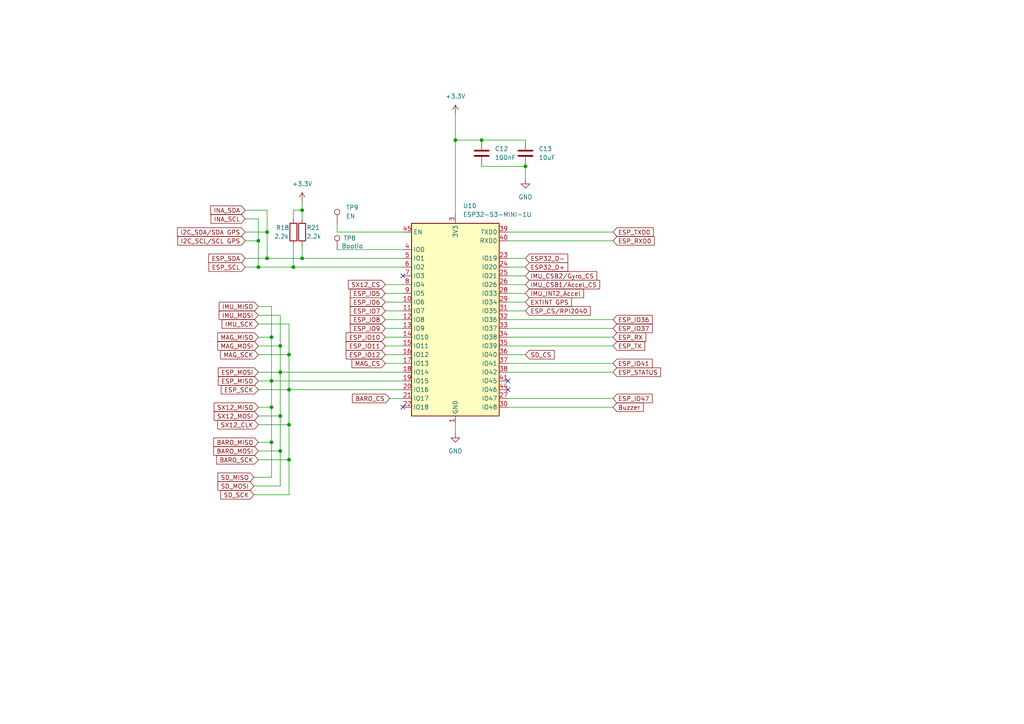
<source format=kicad_sch>
(kicad_sch (version 20231120) (generator "eeschema") (generator_version "8.0")
  (paper "A4")
  (lib_symbols
    (symbol "Connector:TestPoint" (pin_numbers hide) (pin_names (offset 0.762) hide)
      (property "Reference" "TP" (at 0 6.858 0))
      (property "Value" "TestPoint" (at 0 5.08 0))
      (symbol "TestPoint_0_1"
        (circle (center 0 3.302) (radius 0.762))
      )
      (symbol "TestPoint_1_1"
        (pin passive line (at 0 0 90) (length 2.54) (name "1") (number "1"))
      )
    )
    (symbol "Device:C" (pin_numbers hide) (pin_names (offset 0.254))
      (property "Reference" "C" (at 0.635 2.54 0))
      (property "Value" "C" (at 0.635 -2.54 0))
      (symbol "C_0_1"
        (polyline (pts (xy -2.032 -0.762) (xy 2.032 -0.762)) (stroke (width 0.508)))
        (polyline (pts (xy -2.032 0.762) (xy 2.032 0.762)) (stroke (width 0.508)))
      )
      (symbol "C_1_1"
        (pin passive line (at 0 3.81 270) (length 2.794) (name "~") (number "1"))
        (pin passive line (at 0 -3.81 90) (length 2.794) (name "~") (number "2"))
      )
    )
    (symbol "Device:R" (pin_numbers hide) (pin_names (offset 0))
      (property "Reference" "R" (at 2.032 0 90))
      (property "Value" "R" (at 0 0 90))
      (symbol "R_0_1"
        (rectangle (start -1.016 -2.54) (end 1.016 2.54) (stroke (width 0.254)))
      )
      (symbol "R_1_1"
        (pin passive line (at 0 3.81 270) (length 1.27) (name "~") (number "1"))
        (pin passive line (at 0 -3.81 90) (length 1.27) (name "~") (number "2"))
      )
    )
    (symbol "MCU_Espressif:ESP32-S3-MINI-1U"
      (property "Reference" "U" (at -11.43 29.21 0))
      (property "Value" "ESP32-S3-MINI-1U" (at 12.7 29.21 0))
      (symbol "ESP32-S3-MINI-1U_0_1"
        (rectangle (start -12.7 27.94) (end 12.7 -27.94) (stroke (width 0.254)) (fill (type background)))
      )
      (symbol "ESP32-S3-MINI-1U_1_1"
        (pin power_in line (at 0 -30.48 90) (length 2.54) (name "GND") (number "1"))
        (pin bidirectional line (at -15.24 5.08 0) (length 2.54) (name "IO6") (number "10"))
        (pin bidirectional line (at -15.24 2.54 0) (length 2.54) (name "IO7") (number "11"))
        (pin bidirectional line (at -15.24 0 0) (length 2.54) (name "IO8") (number "12"))
        (pin bidirectional line (at -15.24 -2.54 0) (length 2.54) (name "IO9") (number "13"))
        (pin bidirectional line (at -15.24 -5.08 0) (length 2.54) (name "IO10") (number "14"))
        (pin bidirectional line (at -15.24 -7.62 0) (length 2.54) (name "IO11") (number "15"))
        (pin bidirectional line (at -15.24 -10.16 0) (length 2.54) (name "IO12") (number "16"))
        (pin bidirectional line (at -15.24 -12.7 0) (length 2.54) (name "IO13") (number "17"))
        (pin bidirectional line (at -15.24 -15.24 0) (length 2.54) (name "IO14") (number "18"))
        (pin bidirectional line (at -15.24 -17.78 0) (length 2.54) (name "IO15") (number "19"))
        (pin passive line (at 0 -30.48 90) (length 2.54) hide (name "GND") (number "2"))
        (pin bidirectional line (at -15.24 -20.32 0) (length 2.54) (name "IO16") (number "20"))
        (pin bidirectional line (at -15.24 -22.86 0) (length 2.54) (name "IO17") (number "21"))
        (pin bidirectional line (at -15.24 -25.4 0) (length 2.54) (name "IO18") (number "22"))
        (pin bidirectional line (at 15.24 17.78 180) (length 2.54) (name "IO19") (number "23"))
        (pin bidirectional line (at 15.24 15.24 180) (length 2.54) (name "IO20") (number "24"))
        (pin bidirectional line (at 15.24 12.7 180) (length 2.54) (name "IO21") (number "25"))
        (pin bidirectional line (at 15.24 10.16 180) (length 2.54) (name "IO26") (number "26"))
        (pin bidirectional line (at 15.24 -22.86 180) (length 2.54) (name "IO47") (number "27"))
        (pin bidirectional line (at 15.24 7.62 180) (length 2.54) (name "IO33") (number "28"))
        (pin bidirectional line (at 15.24 5.08 180) (length 2.54) (name "IO34") (number "29"))
        (pin power_in line (at 0 30.48 270) (length 2.54) (name "3V3") (number "3"))
        (pin bidirectional line (at 15.24 -25.4 180) (length 2.54) (name "IO48") (number "30"))
        (pin bidirectional line (at 15.24 2.54 180) (length 2.54) (name "IO35") (number "31"))
        (pin bidirectional line (at 15.24 0 180) (length 2.54) (name "IO36") (number "32"))
        (pin bidirectional line (at 15.24 -2.54 180) (length 2.54) (name "IO37") (number "33"))
        (pin bidirectional line (at 15.24 -5.08 180) (length 2.54) (name "IO38") (number "34"))
        (pin bidirectional line (at 15.24 -7.62 180) (length 2.54) (name "IO39") (number "35"))
        (pin bidirectional line (at 15.24 -10.16 180) (length 2.54) (name "IO40") (number "36"))
        (pin bidirectional line (at 15.24 -12.7 180) (length 2.54) (name "IO41") (number "37"))
        (pin bidirectional line (at 15.24 -15.24 180) (length 2.54) (name "IO42") (number "38"))
        (pin bidirectional line (at 15.24 25.4 180) (length 2.54) (name "TXD0") (number "39"))
        (pin bidirectional line (at -15.24 20.32 0) (length 2.54) (name "IO0") (number "4"))
        (pin bidirectional line (at 15.24 22.86 180) (length 2.54) (name "RXD0") (number "40"))
        (pin bidirectional line (at 15.24 -17.78 180) (length 2.54) (name "IO45") (number "41"))
        (pin passive line (at 0 -30.48 90) (length 2.54) hide (name "GND") (number "42"))
        (pin passive line (at 0 -30.48 90) (length 2.54) hide (name "GND") (number "43"))
        (pin bidirectional line (at 15.24 -20.32 180) (length 2.54) (name "IO46") (number "44"))
        (pin input line (at -15.24 25.4 0) (length 2.54) (name "EN") (number "45"))
        (pin passive line (at 0 -30.48 90) (length 2.54) hide (name "GND") (number "46"))
        (pin passive line (at 0 -30.48 90) (length 2.54) hide (name "GND") (number "47"))
        (pin passive line (at 0 -30.48 90) (length 2.54) hide (name "GND") (number "48"))
        (pin passive line (at 0 -30.48 90) (length 2.54) hide (name "GND") (number "49"))
        (pin bidirectional line (at -15.24 17.78 0) (length 2.54) (name "IO1") (number "5"))
        (pin passive line (at 0 -30.48 90) (length 2.54) hide (name "GND") (number "50"))
        (pin passive line (at 0 -30.48 90) (length 2.54) hide (name "GND") (number "51"))
        (pin passive line (at 0 -30.48 90) (length 2.54) hide (name "GND") (number "52"))
        (pin passive line (at 0 -30.48 90) (length 2.54) hide (name "GND") (number "53"))
        (pin passive line (at 0 -30.48 90) (length 2.54) hide (name "GND") (number "54"))
        (pin passive line (at 0 -30.48 90) (length 2.54) hide (name "GND") (number "55"))
        (pin passive line (at 0 -30.48 90) (length 2.54) hide (name "GND") (number "56"))
        (pin passive line (at 0 -30.48 90) (length 2.54) hide (name "GND") (number "57"))
        (pin passive line (at 0 -30.48 90) (length 2.54) hide (name "GND") (number "58"))
        (pin passive line (at 0 -30.48 90) (length 2.54) hide (name "GND") (number "59"))
        (pin bidirectional line (at -15.24 15.24 0) (length 2.54) (name "IO2") (number "6"))
        (pin passive line (at 0 -30.48 90) (length 2.54) hide (name "GND") (number "60"))
        (pin passive line (at 0 -30.48 90) (length 2.54) hide (name "GND") (number "61"))
        (pin passive line (at 0 -30.48 90) (length 2.54) hide (name "GND") (number "62"))
        (pin passive line (at 0 -30.48 90) (length 2.54) hide (name "GND") (number "63"))
        (pin passive line (at 0 -30.48 90) (length 2.54) hide (name "GND") (number "64"))
        (pin passive line (at 0 -30.48 90) (length 2.54) hide (name "GND") (number "65"))
        (pin bidirectional line (at -15.24 12.7 0) (length 2.54) (name "IO3") (number "7"))
        (pin bidirectional line (at -15.24 10.16 0) (length 2.54) (name "IO4") (number "8"))
        (pin bidirectional line (at -15.24 7.62 0) (length 2.54) (name "IO5") (number "9"))
      )
    )
    (symbol "power:+3.3V" (power) (pin_numbers hide) (pin_names (offset 0) hide)
      (property "Value" "+3.3V" (at 0 3.556 0))
      (symbol "+3.3V_0_1"
        (polyline (pts (xy -0.762 1.27) (xy 0 2.54)))
        (polyline (pts (xy 0 0) (xy 0 2.54)))
        (polyline (pts (xy 0 2.54) (xy 0.762 1.27)))
      )
      (symbol "+3.3V_1_1"
        (pin power_in line (at 0 0 90) (length 0) (name "~") (number "1"))
      )
    )
    (symbol "power:GND" (power) (pin_numbers hide) (pin_names (offset 0) hide)
      (property "Value" "GND" (at 0 -3.81 0))
      (symbol "GND_0_1"
        (polyline (pts (xy 0 0) (xy 0 -1.27) (xy 1.27 -1.27) (xy 0 -2.54) (xy -1.27 -1.27) (xy 0 -1.27)))
      )
      (symbol "GND_1_1"
        (pin power_in line (at 0 0 270) (length 0) (name "~") (number "1"))
      )
    )
  )
  (junction (at 83.82 113.03))
  (junction (at 77.47 67.31))
  (junction (at 77.47 74.93))
  (junction (at 78.74 118.11))
  (junction (at 83.82 123.19))
  (junction (at 83.82 102.87))
  (junction (at 74.93 77.47))
  (junction (at 78.74 110.49))
  (junction (at 87.63 74.93))
  (junction (at 78.74 128.27))
  (junction (at 87.63 60.96))
  (junction (at 74.93 69.85))
  (junction (at 81.28 107.95))
  (junction (at 83.82 133.35))
  (junction (at 139.7 40.64))
  (junction (at 152.4 48.26))
  (junction (at 81.28 100.33))
  (junction (at 81.28 130.81))
  (junction (at 78.74 97.79))
  (junction (at 132.08 40.64))
  (junction (at 81.28 120.65))
  (junction (at 85.09 77.47))
  (no_connect (at 116.84 80.01))
  (no_connect (at 116.84 118.11))
  (no_connect (at 147.32 110.49))
  (no_connect (at 147.32 113.03))
  (wire (pts (xy 147.32 90.17) (xy 152.4 90.17)))
  (wire (pts (xy 81.28 140.97) (xy 81.28 130.81)))
  (wire (pts (xy 111.76 102.87) (xy 116.84 102.87)))
  (wire (pts (xy 71.12 67.31) (xy 77.47 67.31)))
  (wire (pts (xy 87.63 74.93) (xy 116.84 74.93)))
  (wire (pts (xy 87.63 60.96) (xy 87.63 63.5)))
  (wire (pts (xy 73.66 138.43) (xy 78.74 138.43)))
  (wire (pts (xy 74.93 69.85) (xy 74.93 77.47)))
  (wire (pts (xy 83.82 93.98) (xy 83.82 102.87)))
  (wire (pts (xy 111.76 82.55) (xy 116.84 82.55)))
  (wire (pts (xy 78.74 118.11) (xy 78.74 110.49)))
  (wire (pts (xy 85.09 60.96) (xy 87.63 60.96)))
  (wire (pts (xy 111.76 87.63) (xy 116.84 87.63)))
  (wire (pts (xy 147.32 74.93) (xy 152.4 74.93)))
  (wire (pts (xy 132.08 33.02) (xy 132.08 40.64)))
  (wire (pts (xy 111.76 85.09) (xy 116.84 85.09)))
  (wire (pts (xy 71.12 69.85) (xy 74.93 69.85)))
  (wire (pts (xy 71.12 77.47) (xy 74.93 77.47)))
  (wire (pts (xy 177.8 107.95) (xy 147.32 107.95)))
  (wire (pts (xy 81.28 130.81) (xy 81.28 120.65)))
  (wire (pts (xy 74.93 113.03) (xy 83.82 113.03)))
  (wire (pts (xy 74.93 118.11) (xy 78.74 118.11)))
  (wire (pts (xy 83.82 102.87) (xy 83.82 113.03)))
  (wire (pts (xy 83.82 143.51) (xy 83.82 133.35)))
  (wire (pts (xy 147.32 85.09) (xy 152.4 85.09)))
  (wire (pts (xy 139.7 48.26) (xy 152.4 48.26)))
  (wire (pts (xy 177.8 69.85) (xy 147.32 69.85)))
  (wire (pts (xy 111.76 105.41) (xy 116.84 105.41)))
  (wire (pts (xy 177.8 105.41) (xy 147.32 105.41)))
  (wire (pts (xy 147.32 100.33) (xy 177.8 100.33)))
  (wire (pts (xy 83.82 113.03) (xy 116.84 113.03)))
  (wire (pts (xy 87.63 71.12) (xy 87.63 74.93)))
  (wire (pts (xy 111.76 95.25) (xy 116.84 95.25)))
  (wire (pts (xy 147.32 87.63) (xy 152.4 87.63)))
  (wire (pts (xy 77.47 67.31) (xy 77.47 74.93)))
  (wire (pts (xy 87.63 58.42) (xy 87.63 60.96)))
  (wire (pts (xy 113.03 115.57) (xy 116.84 115.57)))
  (wire (pts (xy 78.74 97.79) (xy 78.74 110.49)))
  (wire (pts (xy 152.4 48.26) (xy 152.4 52.07)))
  (wire (pts (xy 78.74 110.49) (xy 116.84 110.49)))
  (wire (pts (xy 177.8 92.71) (xy 147.32 92.71)))
  (wire (pts (xy 74.93 97.79) (xy 78.74 97.79)))
  (wire (pts (xy 147.32 77.47) (xy 152.4 77.47)))
  (wire (pts (xy 83.82 123.19) (xy 83.82 113.03)))
  (wire (pts (xy 74.93 102.87) (xy 83.82 102.87)))
  (wire (pts (xy 71.12 63.5) (xy 74.93 63.5)))
  (wire (pts (xy 97.79 72.39) (xy 116.84 72.39)))
  (wire (pts (xy 74.93 130.81) (xy 81.28 130.81)))
  (wire (pts (xy 147.32 102.87) (xy 152.4 102.87)))
  (wire (pts (xy 74.93 123.19) (xy 83.82 123.19)))
  (wire (pts (xy 97.79 67.31) (xy 116.84 67.31)))
  (wire (pts (xy 177.8 95.25) (xy 147.32 95.25)))
  (wire (pts (xy 74.93 107.95) (xy 81.28 107.95)))
  (wire (pts (xy 85.09 63.5) (xy 85.09 60.96)))
  (wire (pts (xy 81.28 100.33) (xy 81.28 107.95)))
  (wire (pts (xy 77.47 60.96) (xy 77.47 67.31)))
  (wire (pts (xy 147.32 80.01) (xy 152.4 80.01)))
  (wire (pts (xy 74.93 63.5) (xy 74.93 69.85)))
  (wire (pts (xy 85.09 77.47) (xy 116.84 77.47)))
  (wire (pts (xy 97.79 64.77) (xy 97.79 67.31)))
  (wire (pts (xy 83.82 133.35) (xy 83.82 123.19)))
  (wire (pts (xy 111.76 97.79) (xy 116.84 97.79)))
  (wire (pts (xy 177.8 118.11) (xy 147.32 118.11)))
  (wire (pts (xy 177.8 67.31) (xy 147.32 67.31)))
  (wire (pts (xy 74.93 91.44) (xy 81.28 91.44)))
  (wire (pts (xy 74.93 100.33) (xy 81.28 100.33)))
  (wire (pts (xy 139.7 40.64) (xy 152.4 40.64)))
  (wire (pts (xy 132.08 40.64) (xy 132.08 62.23)))
  (wire (pts (xy 74.93 133.35) (xy 83.82 133.35)))
  (wire (pts (xy 147.32 82.55) (xy 152.4 82.55)))
  (wire (pts (xy 111.76 90.17) (xy 116.84 90.17)))
  (wire (pts (xy 81.28 107.95) (xy 116.84 107.95)))
  (wire (pts (xy 74.93 93.98) (xy 83.82 93.98)))
  (wire (pts (xy 177.8 115.57) (xy 147.32 115.57)))
  (wire (pts (xy 71.12 74.93) (xy 77.47 74.93)))
  (wire (pts (xy 85.09 71.12) (xy 85.09 77.47)))
  (wire (pts (xy 78.74 88.9) (xy 78.74 97.79)))
  (wire (pts (xy 78.74 128.27) (xy 78.74 118.11)))
  (wire (pts (xy 73.66 140.97) (xy 81.28 140.97)))
  (wire (pts (xy 74.93 77.47) (xy 85.09 77.47)))
  (wire (pts (xy 71.12 60.96) (xy 77.47 60.96)))
  (wire (pts (xy 111.76 100.33) (xy 116.84 100.33)))
  (wire (pts (xy 73.66 143.51) (xy 83.82 143.51)))
  (wire (pts (xy 132.08 123.19) (xy 132.08 125.73)))
  (wire (pts (xy 78.74 138.43) (xy 78.74 128.27)))
  (wire (pts (xy 77.47 74.93) (xy 87.63 74.93)))
  (wire (pts (xy 132.08 40.64) (xy 139.7 40.64)))
  (wire (pts (xy 147.32 97.79) (xy 177.8 97.79)))
  (wire (pts (xy 74.93 120.65) (xy 81.28 120.65)))
  (wire (pts (xy 81.28 91.44) (xy 81.28 100.33)))
  (wire (pts (xy 74.93 88.9) (xy 78.74 88.9)))
  (wire (pts (xy 81.28 120.65) (xy 81.28 107.95)))
  (wire (pts (xy 74.93 110.49) (xy 78.74 110.49)))
  (wire (pts (xy 74.93 128.27) (xy 78.74 128.27)))
  (wire (pts (xy 111.76 92.71) (xy 116.84 92.71)))
  (global_label "INA_SCL" (shape input) (at 71.12 63.5 180) (property "Intersheetrefs" "${INTERSHEET_REFS}" (effects (hide yes))))
  (global_label "SD_SCK" (shape input) (at 73.66 143.51 180) (property "Intersheetrefs" "${INTERSHEET_REFS}" (effects (hide yes))))
  (global_label "ESP32_D-" (shape input) (at 152.4 74.93 0) (property "Intersheetrefs" "${INTERSHEET_REFS}" (effects (hide yes))))
  (global_label "I2C_SCL{slash}SCL GPS" (shape input) (at 71.12 69.85 180) (property "Intersheetrefs" "${INTERSHEET_REFS}" (effects (hide yes))))
  (global_label "ESP_SCL" (shape input) (at 71.12 77.47 180) (property "Intersheetrefs" "${INTERSHEET_REFS}" (effects (hide yes))))
  (global_label "SX12_CS" (shape input) (at 111.76 82.55 180) (property "Intersheetrefs" "${INTERSHEET_REFS}" (effects (hide yes))))
  (global_label "MAG_MOSI" (shape input) (at 74.93 100.33 180) (property "Intersheetrefs" "${INTERSHEET_REFS}" (effects (hide yes))))
  (global_label "ESP_IO9" (shape input) (at 111.76 95.25 180) (property "Intersheetrefs" "${INTERSHEET_REFS}" (effects (hide yes))))
  (global_label "ESP_TX" (shape input) (at 177.8 100.33 0) (property "Intersheetrefs" "${INTERSHEET_REFS}" (effects (hide yes))))
  (global_label "ESP_IO5" (shape input) (at 111.76 85.09 180) (property "Intersheetrefs" "${INTERSHEET_REFS}" (effects (hide yes))))
  (global_label "ESP_IO10" (shape input) (at 111.76 97.79 180) (property "Intersheetrefs" "${INTERSHEET_REFS}" (effects (hide yes))))
  (global_label "MAG_CS" (shape input) (at 111.76 105.41 180) (property "Intersheetrefs" "${INTERSHEET_REFS}" (effects (hide yes))))
  (global_label "INA_SDA" (shape input) (at 71.12 60.96 180) (property "Intersheetrefs" "${INTERSHEET_REFS}" (effects (hide yes))))
  (global_label "Buzzer" (shape input) (at 177.8 118.11 0) (property "Intersheetrefs" "${INTERSHEET_REFS}" (effects (hide yes))))
  (global_label "ESP_IO6" (shape input) (at 111.76 87.63 180) (property "Intersheetrefs" "${INTERSHEET_REFS}" (effects (hide yes))))
  (global_label "SD_MISO" (shape input) (at 73.66 138.43 180) (property "Intersheetrefs" "${INTERSHEET_REFS}" (effects (hide yes))))
  (global_label "BARO_MOSI" (shape input) (at 74.93 130.81 180) (property "Intersheetrefs" "${INTERSHEET_REFS}" (effects (hide yes))))
  (global_label "ESP_IO41" (shape input) (at 177.8 105.41 0) (property "Intersheetrefs" "${INTERSHEET_REFS}" (effects (hide yes))))
  (global_label "ESP_IO12" (shape input) (at 111.76 102.87 180) (property "Intersheetrefs" "${INTERSHEET_REFS}" (effects (hide yes))))
  (global_label "SD_CS" (shape input) (at 152.4 102.87 0) (property "Intersheetrefs" "${INTERSHEET_REFS}" (effects (hide yes))))
  (global_label "EXTINT GPS" (shape input) (at 152.4 87.63 0) (property "Intersheetrefs" "${INTERSHEET_REFS}" (effects (hide yes))))
  (global_label "ESP_IO8" (shape input) (at 111.76 92.71 180) (property "Intersheetrefs" "${INTERSHEET_REFS}" (effects (hide yes))))
  (global_label "IMU_MISO" (shape input) (at 74.93 88.9 180) (property "Intersheetrefs" "${INTERSHEET_REFS}" (effects (hide yes))))
  (global_label "BARO_CS" (shape input) (at 113.03 115.57 180) (property "Intersheetrefs" "${INTERSHEET_REFS}" (effects (hide yes))))
  (global_label "SX12_MISO" (shape input) (at 74.93 118.11 180) (property "Intersheetrefs" "${INTERSHEET_REFS}" (effects (hide yes))))
  (global_label "ESP_IO7" (shape input) (at 111.76 90.17 180) (property "Intersheetrefs" "${INTERSHEET_REFS}" (effects (hide yes))))
  (global_label "ESP_IO11" (shape input) (at 111.76 100.33 180) (property "Intersheetrefs" "${INTERSHEET_REFS}" (effects (hide yes))))
  (global_label "ESP_IO47" (shape input) (at 177.8 115.57 0) (property "Intersheetrefs" "${INTERSHEET_REFS}" (effects (hide yes))))
  (global_label "ESP_IO36" (shape input) (at 177.8 92.71 0) (property "Intersheetrefs" "${INTERSHEET_REFS}" (effects (hide yes))))
  (global_label "SX12_MOSI" (shape input) (at 74.93 120.65 180) (property "Intersheetrefs" "${INTERSHEET_REFS}" (effects (hide yes))))
  (global_label "ESP_SCK" (shape input) (at 74.93 113.03 180) (property "Intersheetrefs" "${INTERSHEET_REFS}" (effects (hide yes))))
  (global_label "BARO_MISO" (shape input) (at 74.93 128.27 180) (property "Intersheetrefs" "${INTERSHEET_REFS}" (effects (hide yes))))
  (global_label "ESP_RX" (shape input) (at 177.8 97.79 0) (property "Intersheetrefs" "${INTERSHEET_REFS}" (effects (hide yes))))
  (global_label "ESP_IO37" (shape input) (at 177.8 95.25 0) (property "Intersheetrefs" "${INTERSHEET_REFS}" (effects (hide yes))))
  (global_label "SD_MOSI" (shape input) (at 73.66 140.97 180) (property "Intersheetrefs" "${INTERSHEET_REFS}" (effects (hide yes))))
  (global_label "IMU_MOSI" (shape input) (at 74.93 91.44 180) (property "Intersheetrefs" "${INTERSHEET_REFS}" (effects (hide yes))))
  (global_label "I2C_SDA{slash}SDA GPS" (shape input) (at 71.12 67.31 180) (property "Intersheetrefs" "${INTERSHEET_REFS}" (effects (hide yes))))
  (global_label "ESP_TXD0" (shape input) (at 177.8 67.31 0) (property "Intersheetrefs" "${INTERSHEET_REFS}" (effects (hide yes))))
  (global_label "ESP_CS{slash}RPI2040" (shape input) (at 152.4 90.17 0) (property "Intersheetrefs" "${INTERSHEET_REFS}" (effects (hide yes))))
  (global_label "SX12_CLK" (shape input) (at 74.93 123.19 180) (property "Intersheetrefs" "${INTERSHEET_REFS}" (effects (hide yes))))
  (global_label "IMU_INT2_Accel" (shape input) (at 152.4 85.09 0) (property "Intersheetrefs" "${INTERSHEET_REFS}" (effects (hide yes))))
  (global_label "MAG_MISO" (shape input) (at 74.93 97.79 180) (property "Intersheetrefs" "${INTERSHEET_REFS}" (effects (hide yes))))
  (global_label "ESP_SDA" (shape input) (at 71.12 74.93 180) (property "Intersheetrefs" "${INTERSHEET_REFS}" (effects (hide yes))))
  (global_label "ESP_STATUS" (shape input) (at 177.8 107.95 0) (property "Intersheetrefs" "${INTERSHEET_REFS}" (effects (hide yes))))
  (global_label "BARO_SCK" (shape input) (at 74.93 133.35 180) (property "Intersheetrefs" "${INTERSHEET_REFS}" (effects (hide yes))))
  (global_label "MAG_SCK" (shape input) (at 74.93 102.87 180) (property "Intersheetrefs" "${INTERSHEET_REFS}" (effects (hide yes))))
  (global_label "IMU_SCK" (shape input) (at 74.93 93.98 180) (property "Intersheetrefs" "${INTERSHEET_REFS}" (effects (hide yes))))
  (global_label "ESP_MISO" (shape input) (at 74.93 110.49 180) (property "Intersheetrefs" "${INTERSHEET_REFS}" (effects (hide yes))))
  (global_label "ESP_RXD0" (shape input) (at 177.8 69.85 0) (property "Intersheetrefs" "${INTERSHEET_REFS}" (effects (hide yes))))
  (global_label "IMU_CSB2{slash}Gyro_CS" (shape input) (at 152.4 80.01 0) (property "Intersheetrefs" "${INTERSHEET_REFS}" (effects (hide yes))))
  (global_label "IMU_CSB1{slash}Accel_CS" (shape input) (at 152.4 82.55 0) (property "Intersheetrefs" "${INTERSHEET_REFS}" (effects (hide yes))))
  (global_label "ESP_MOSI" (shape input) (at 74.93 107.95 180) (property "Intersheetrefs" "${INTERSHEET_REFS}" (effects (hide yes))))
  (global_label "ESP32_D+" (shape input) (at 152.4 77.47 0) (property "Intersheetrefs" "${INTERSHEET_REFS}" (effects (hide yes))))
  (symbol (lib_id "power:GND") (at 152.4 52.07 0) (unit 1)
    (property "Reference" "#PWR04" (effects (hide yes)))
    (property "Value" "GND" (at 152.4 57.15 0))
    (property "Description" "Power symbol creates a global label with name \"GND\" , ground" (effects (hide yes)))
  )
  (symbol (lib_id "power:+3.3V") (at 87.63 58.42 0) (unit 1)
    (property "Reference" "#PWR057" (effects (hide yes)))
    (property "Value" "+3.3V" (at 87.63 53.34 0))
  )
  (symbol (lib_id "power:+3.3V") (at 132.08 33.02 0) (unit 1)
    (property "Reference" "#PWR01" (effects (hide yes)))
    (property "Value" "+3.3V" (at 132.08 27.94 0))
    (property "Description" "Power symbol creates a global label with name \"+3.3V\"" (effects (hide yes)))
  )
  (symbol (lib_id "Connector:TestPoint") (at 97.79 64.77 0) (unit 1)
    (property "Reference" "TP9" (at 100.33 60.1979 0) (effects (justify left)))
    (property "Value" "EN" (at 100.33 62.7379 0) (effects (justify left)))
    (property "Footprint" "TestPoint:TestPoint_Pad_D1.0mm" (effects (hide yes)))
    (property "Description" "test point" (effects (hide yes)))
  )
  (symbol (lib_id "Connector:TestPoint") (at 97.79 72.39 0) (unit 1)
    (property "Reference" "TP8" (at 99.568 69.088 0) (effects (justify left)))
    (property "Value" "Bootio" (at 99.06 71.374 0) (effects (justify left)))
    (property "Footprint" "TestPoint:TestPoint_Pad_D1.0mm" (effects (hide yes)))
    (property "Description" "test point" (effects (hide yes)))
  )
  (symbol (lib_id "Device:R") (at 87.63 67.31 0) (unit 1)
    (property "Reference" "R21" (at 88.9 66.04 0) (effects (justify left)))
    (property "Value" "2.2k" (at 88.9 68.58 0) (effects (justify left)))
    (property "Footprint" "Resistor_SMD:R_0603_1608Metric" (effects (hide yes)))
  )
  (symbol (lib_id "power:GND") (at 132.08 125.73 0) (unit 1)
    (property "Reference" "#PWR02" (effects (hide yes)))
    (property "Value" "GND" (at 132.08 130.81 0))
    (property "Description" "Power symbol creates a global label with name \"GND\" , ground" (effects (hide yes)))
  )
  (symbol (lib_id "Device:R") (at 85.09 67.31 0) (unit 1)
    (property "Reference" "R18" (at 80.01 66.04 0) (effects (justify left)))
    (property "Value" "2.2k" (at 79.502 68.58 0) (effects (justify left)))
    (property "Footprint" "Resistor_SMD:R_0603_1608Metric" (effects (hide yes)))
  )
  (symbol (lib_id "Device:C") (at 139.7 44.45 0) (unit 1)
    (property "Reference" "C12" (at 143.51 43.1799 0) (effects (justify left)))
    (property "Value" "100nF" (at 143.51 45.7199 0) (effects (justify left)))
    (property "Footprint" "Capacitor_SMD:C_0603_1608Metric" (effects (hide yes)))
    (property "Description" "Unpolarized capacitor" (effects (hide yes)))
  )
  (symbol (lib_id "Device:C") (at 152.4 44.45 0) (unit 1)
    (property "Reference" "C13" (at 156.21 43.1799 0) (effects (justify left)))
    (property "Value" "10uF" (at 156.21 45.7199 0) (effects (justify left)))
    (property "Footprint" "Capacitor_SMD:C_0603_1608Metric" (effects (hide yes)))
    (property "Description" "Unpolarized capacitor" (effects (hide yes)))
  )
  (symbol (lib_id "MCU_Espressif:ESP32-S3-MINI-1U") (at 132.08 92.71 0) (unit 1)
    (property "Reference" "U10" (at 134.2741 59.69 0) (effects (justify left)))
    (property "Value" "ESP32-S3-MINI-1U" (at 134.2741 62.23 0) (effects (justify left)))
    (property "Footprint" "RF_Module:ESP32-S2-MINI-1U" (effects (hide yes)))
    (property "Datasheet" "https://www.espressif.com/sites/default/files/documentation/esp32-s3-mini-1_mini-1u_datasheet_en.pdf" (effects (hide yes)))
    (property "Description" "RF Module, ESP32-S3 SoC, Wi-Fi 802.11b/g/n, Bluetooth, BLE, 32-bit, 3.3V, SMD, external antenna" (effects (hide yes)))
  )
)
</source>
